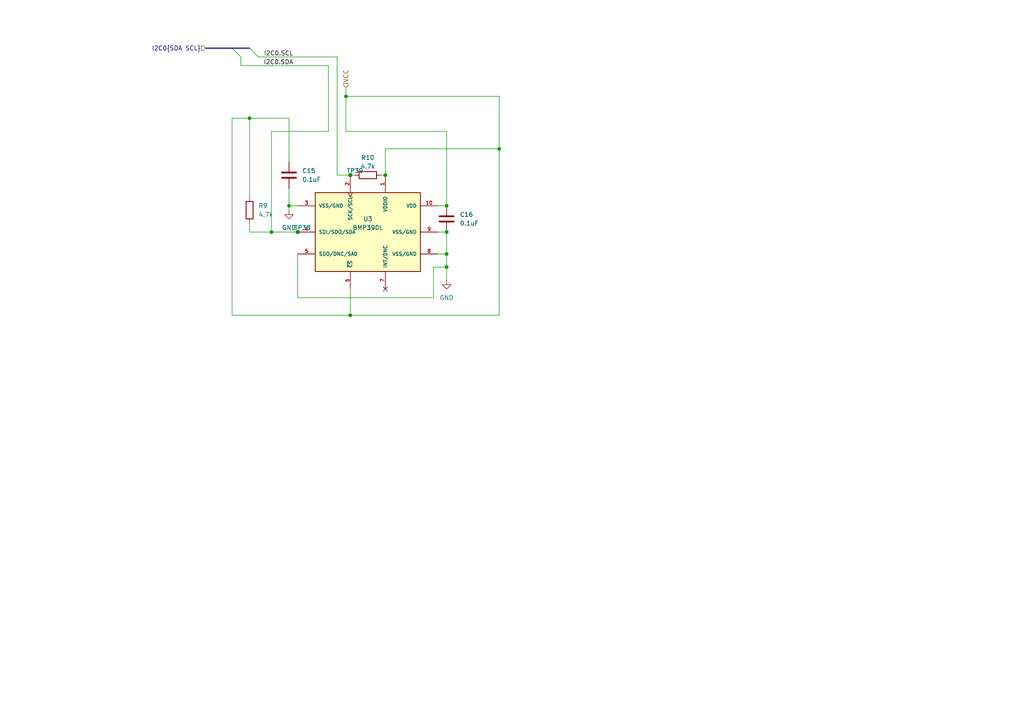
<source format=kicad_sch>
(kicad_sch (version 20211123) (generator eeschema)
  (paper "A4")
  (lib_symbols
    (symbol "BMP390L:BMP390L" (pin_names (offset 1.016))
      (property "Reference" "U3" (at 0 5.08 0))
      (property "Value" "BMP390L" (at 0 2.54 0))
      (symbol "BMP390L_0_0"
        (rectangle (start -15.24 -10.16) (end 15.24 12.7) (stroke (width 0.254)) (fill (type background)))
        (pin power_in line (at 5.08 17.78 270) (length 5.08) (name "VDDIO") (number "1"))
        (pin power_in line (at 20.32 8.89 180) (length 5.08) (name "VDD") (number "10"))
        (pin input clock (at -5.08 17.78 270) (length 5.08) (name "SCK/SCL") (number "2"))
        (pin power_in line (at -20.32 8.89 0) (length 5.08) (name "VSS/GND") (number "3"))
        (pin bidirectional line (at -20.32 1.27 0) (length 5.08) (name "SDI/SDO/SDA") (number "4"))
        (pin input line (at -20.32 -5.08 0) (length 5.08) (name "SDO/DNC/SA0") (number "5"))
        (pin input line (at -5.08 -15.24 90) (length 5.08) (name "~{CS}") (number "6"))
        (pin output line (at 5.08 -15.24 90) (length 5.08) (name "INT/DNC") (number "7"))
        (pin power_in line (at 20.32 -5.08 180) (length 5.08) (name "VSS/GND") (number "8"))
        (pin power_in line (at 20.32 1.27 180) (length 5.08) (name "VSS/GND") (number "9"))
      )
    )
    (symbol "Connector:TestPoint_Small" (pin_numbers hide) (pin_names (offset 0.762) hide)
      (property "Reference" "TP" (at 0 3.81 0))
      (property "Value" "TestPoint_Small" (at 0 2.032 0))
      (symbol "TestPoint_Small_0_1"
        (circle (center 0 0) (radius 0.508))
      )
      (symbol "TestPoint_Small_1_1"
        (pin passive line (at 0 0 90) (length 0) (name "1") (number "1"))
      )
    )
    (symbol "Device:C" (pin_numbers hide) (pin_names (offset 0.254))
      (property "Reference" "C" (at 0.635 2.54 0))
      (property "Value" "C" (at 0.635 -2.54 0))
      (symbol "C_0_1"
        (polyline (pts (xy -2.032 -0.762) (xy 2.032 -0.762)) (stroke (width 0.508)))
        (polyline (pts (xy -2.032 0.762) (xy 2.032 0.762)) (stroke (width 0.508)))
      )
      (symbol "C_1_1"
        (pin passive line (at 0 3.81 270) (length 2.794) (name "~") (number "1"))
        (pin passive line (at 0 -3.81 90) (length 2.794) (name "~") (number "2"))
      )
    )
    (symbol "Device:R" (pin_numbers hide) (pin_names (offset 0))
      (property "Reference" "R" (at 2.032 0 90))
      (property "Value" "R" (at 0 0 90))
      (symbol "R_0_1"
        (rectangle (start -1.016 -2.54) (end 1.016 2.54) (stroke (width 0.254)))
      )
      (symbol "R_1_1"
        (pin passive line (at 0 3.81 270) (length 1.27) (name "~") (number "1"))
        (pin passive line (at 0 -3.81 90) (length 1.27) (name "~") (number "2"))
      )
    )
    (symbol "power:GND" (power) (pin_names (offset 0))
      (property "Value" "GND" (at 0 -3.81 0))
      (symbol "GND_0_1"
        (polyline (pts (xy 0 0) (xy 0 -1.27) (xy 1.27 -1.27) (xy 0 -2.54) (xy -1.27 -1.27) (xy 0 -1.27)))
      )
      (symbol "GND_1_1"
        (pin power_in line (at 0 0 270) (length 0) hide (name "GND") (number "1"))
      )
    )
  )
  (junction (at 129.54 67.31))
  (junction (at 144.78 43.18))
  (junction (at 86.36 67.31))
  (junction (at 129.54 73.66))
  (junction (at 83.82 59.69))
  (junction (at 72.39 34.29))
  (junction (at 78.74 67.31))
  (junction (at 101.6 91.44))
  (junction (at 111.76 50.8))
  (junction (at 129.54 59.69))
  (junction (at 100.33 27.94))
  (junction (at 129.54 77.47))
  (junction (at 101.6 50.8))
  (no_connect (at 111.76 83.82))
  (bus_entry (at 67.31 13.97) (size 2.54 2.54))
  (bus_entry (at 72.39 13.97) (size 2.54 2.54))
  (wire (pts (xy 127 67.31) (xy 129.54 67.31)))
  (wire (pts (xy 127 73.66) (xy 129.54 73.66)))
  (wire (pts (xy 110.49 50.8) (xy 111.76 50.8)))
  (wire (pts (xy 72.39 34.29) (xy 72.39 57.15)))
  (wire (pts (xy 86.36 59.69) (xy 83.82 59.69)))
  (wire (pts (xy 100.33 27.94) (xy 144.78 27.94)))
  (wire (pts (xy 100.33 25.4) (xy 100.33 27.94)))
  (wire (pts (xy 67.31 91.44) (xy 67.31 34.29)))
  (wire (pts (xy 111.76 43.18) (xy 144.78 43.18)))
  (wire (pts (xy 100.33 38.1) (xy 129.54 38.1)))
  (wire (pts (xy 72.39 64.77) (xy 72.39 67.31)))
  (wire (pts (xy 86.36 86.36) (xy 125.73 86.36)))
  (wire (pts (xy 144.78 43.18) (xy 144.78 27.94)))
  (bus (pts (xy 59.69 13.97) (xy 67.31 13.97)))
  (wire (pts (xy 144.78 43.18) (xy 144.78 91.44)))
  (wire (pts (xy 125.73 86.36) (xy 125.73 77.47)))
  (wire (pts (xy 83.82 34.29) (xy 83.82 46.99)))
  (wire (pts (xy 111.76 43.18) (xy 111.76 50.8)))
  (wire (pts (xy 95.25 19.05) (xy 95.25 38.1)))
  (bus (pts (xy 67.31 13.97) (xy 72.39 13.97)))
  (wire (pts (xy 78.74 67.31) (xy 72.39 67.31)))
  (wire (pts (xy 101.6 83.82) (xy 101.6 91.44)))
  (wire (pts (xy 78.74 38.1) (xy 95.25 38.1)))
  (wire (pts (xy 83.82 54.61) (xy 83.82 59.69)))
  (wire (pts (xy 83.82 59.69) (xy 83.82 60.96)))
  (wire (pts (xy 125.73 77.47) (xy 129.54 77.47)))
  (wire (pts (xy 67.31 34.29) (xy 72.39 34.29)))
  (wire (pts (xy 72.39 34.29) (xy 83.82 34.29)))
  (wire (pts (xy 101.6 50.8) (xy 97.79 50.8)))
  (wire (pts (xy 129.54 73.66) (xy 129.54 67.31)))
  (wire (pts (xy 101.6 91.44) (xy 67.31 91.44)))
  (wire (pts (xy 129.54 73.66) (xy 129.54 77.47)))
  (wire (pts (xy 86.36 67.31) (xy 78.74 67.31)))
  (wire (pts (xy 86.36 73.66) (xy 86.36 86.36)))
  (wire (pts (xy 74.93 16.51) (xy 97.79 16.51)))
  (wire (pts (xy 129.54 38.1) (xy 129.54 59.69)))
  (wire (pts (xy 144.78 91.44) (xy 101.6 91.44)))
  (wire (pts (xy 69.85 16.51) (xy 69.85 19.05)))
  (wire (pts (xy 127 59.69) (xy 129.54 59.69)))
  (wire (pts (xy 97.79 16.51) (xy 97.79 50.8)))
  (wire (pts (xy 100.33 27.94) (xy 100.33 38.1)))
  (wire (pts (xy 78.74 67.31) (xy 78.74 38.1)))
  (wire (pts (xy 129.54 77.47) (xy 129.54 81.28)))
  (wire (pts (xy 101.6 50.8) (xy 102.87 50.8)))
  (wire (pts (xy 69.85 19.05) (xy 95.25 19.05)))
  (label "I2C0.SDA" (at 85.09 19.05 180))
  (label "I2C0.SCL" (at 85.09 16.51 180))
  (hierarchical_label "VCC" (shape input) (at 100.33 25.4 90))
  (hierarchical_label "I2C0{SDA SCL}" (shape input) (at 59.69 13.97 180))
  (symbol (lib_id "Connector:TestPoint_Small") (at 101.6 50.8 0) (mirror y) (unit 1)
    (property "Reference" "TP39" (at 105.41 49.53 0) (effects (justify left)))
    (property "Value" "Test Point" (effects hide))
    (property "Footprint" "TestPoint:TestPoint_Pad_D1.0mm" (effects hide))
  )
  (symbol (lib_id "Device:R") (at 72.39 60.96 0) (unit 1)
    (property "Reference" "R9" (at 74.93 59.6899 0) (effects (justify left)))
    (property "Value" "4.7k" (at 74.93 62.2299 0) (effects (justify left)))
    (property "Footprint" "Resistor_SMD:R_0603_1608Metric_Pad0.98x0.95mm_HandSolder" (effects hide))
    (property "Digikey" "https://www.digikey.com/short/4bjthv3d" (effects hide))
    (property "Unit Price" "0.10" (effects hide))
  )
  (symbol (lib_id "Device:C") (at 129.54 63.5 0) (unit 1)
    (property "Reference" "C16" (at 133.35 62.2299 0) (effects (justify left)))
    (property "Value" "0.1uF" (at 133.35 64.7699 0) (effects (justify left)))
    (property "Footprint" "Capacitor_SMD:C_0603_1608Metric_Pad1.08x0.95mm_HandSolder" (effects hide))
    (property "Digikey" "https://www.digikey.com/short/3wn2fdb2" (effects hide))
    (property "Unit Price" "0.10" (effects hide))
  )
  (symbol (lib_id "power:GND") (at 129.54 81.28 0) (unit 1)
    (property "Reference" "#PWR0148" (effects hide))
    (property "Value" "GND" (at 129.54 86.36 0))
  )
  (symbol (lib_id "Device:R") (at 106.68 50.8 90) (unit 1)
    (property "Reference" "R10" (at 106.68 45.72 90))
    (property "Value" "4.7k" (at 106.68 48.26 90))
    (property "Footprint" "Resistor_SMD:R_0603_1608Metric_Pad0.98x0.95mm_HandSolder" (effects hide))
    (property "Digikey" "https://www.digikey.com/short/4bjthv3d" (effects hide))
    (property "Unit Price" "0.10" (effects hide))
  )
  (symbol (lib_id "BMP390L:BMP390L") (at 106.68 68.58 0) (unit 1)
    (property "Reference" "U3" (at 106.68 63.5 0))
    (property "Value" "BMP390L" (at 106.68 66.04 0))
    (property "Footprint" "BMP390:XDCR_BMP390L" (effects hide))
    (property "STANDARD" "Manufacturer Recommendation" (effects hide))
    (property "MAXIMUM_PACKAGE_HEIGHT" "0.8 mm" (effects hide))
    (property "MANUFACTURER" "BOSCH" (effects hide))
    (property "SNAPEDA_PN" "BMP390L" (effects hide))
    (property "PARTREV" "1.7" (effects hide))
    (property "Digikey" "https://www.digikey.com/short/43pj78n5" (effects hide))
    (property "Unit Price" "5.18" (effects hide))
  )
  (symbol (lib_id "Connector:TestPoint_Small") (at 86.36 67.31 0) (mirror y) (unit 1)
    (property "Reference" "TP38" (at 90.17 66.04 0) (effects (justify left)))
    (property "Value" "Test Point" (effects hide))
    (property "Footprint" "TestPoint:TestPoint_Pad_D1.0mm" (effects hide))
  )
  (symbol (lib_id "power:GND") (at 83.82 60.96 0) (unit 1)
    (property "Reference" "#PWR0147" (effects hide))
    (property "Value" "GND" (at 83.82 66.04 0))
  )
  (symbol (lib_id "Device:C") (at 83.82 50.8 0) (unit 1)
    (property "Reference" "C15" (at 87.63 49.5299 0) (effects (justify left)))
    (property "Value" "0.1uF" (at 87.63 52.0699 0) (effects (justify left)))
    (property "Footprint" "Capacitor_SMD:C_0603_1608Metric_Pad1.08x0.95mm_HandSolder" (effects hide))
    (property "Digikey" "https://www.digikey.com/short/3wn2fdb2" (effects hide))
    (property "Unit Price" "0.10" (effects hide))
  )
)
</source>
